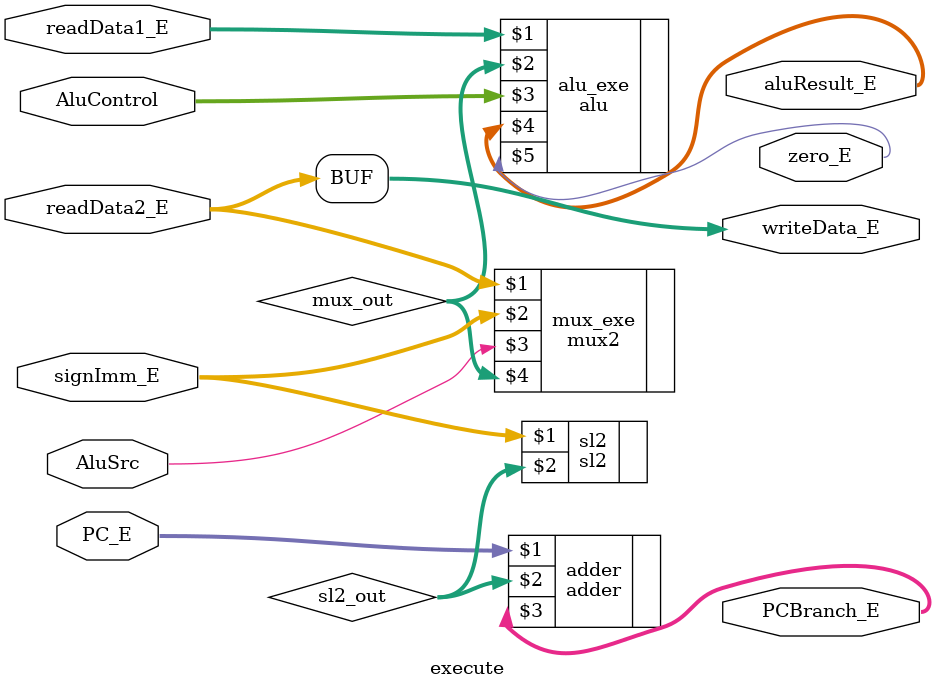
<source format=sv>
module execute #(parameter N = 64) (
		input logic AluSrc,
		input logic [3:0] AluControl,
		input logic [N-1:0] PC_E, signImm_E, readData1_E, readData2_E,
		output logic [N-1:0] PCBranch_E, aluResult_E, writeData_E,
		output logic zero_E
	);

	logic [N-1:0] mux_out;
	logic [N-1:0] sl2_out;

	mux2 #(N) mux_exe(readData2_E, signImm_E, AluSrc, mux_out);
	sl2 #(N) sl2(signImm_E, sl2_out);
	adder #(N) adder(PC_E, sl2_out, PCBranch_E);
	alu alu_exe(readData1_E, mux_out, AluControl, aluResult_E, zero_E);

	assign writeData_E = readData2_E;

endmodule
</source>
